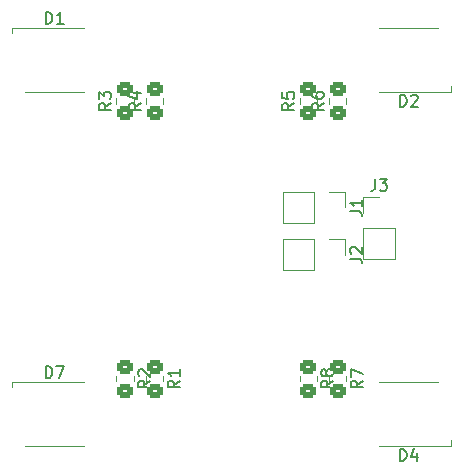
<source format=gbr>
%TF.GenerationSoftware,KiCad,Pcbnew,8.0.1*%
%TF.CreationDate,2024-07-06T10:32:20+03:00*%
%TF.ProjectId,led_tester,6c65645f-7465-4737-9465-722e6b696361,rev?*%
%TF.SameCoordinates,Original*%
%TF.FileFunction,Legend,Top*%
%TF.FilePolarity,Positive*%
%FSLAX46Y46*%
G04 Gerber Fmt 4.6, Leading zero omitted, Abs format (unit mm)*
G04 Created by KiCad (PCBNEW 8.0.1) date 2024-07-06 10:32:20*
%MOMM*%
%LPD*%
G01*
G04 APERTURE LIST*
G04 Aperture macros list*
%AMRoundRect*
0 Rectangle with rounded corners*
0 $1 Rounding radius*
0 $2 $3 $4 $5 $6 $7 $8 $9 X,Y pos of 4 corners*
0 Add a 4 corners polygon primitive as box body*
4,1,4,$2,$3,$4,$5,$6,$7,$8,$9,$2,$3,0*
0 Add four circle primitives for the rounded corners*
1,1,$1+$1,$2,$3*
1,1,$1+$1,$4,$5*
1,1,$1+$1,$6,$7*
1,1,$1+$1,$8,$9*
0 Add four rect primitives between the rounded corners*
20,1,$1+$1,$2,$3,$4,$5,0*
20,1,$1+$1,$4,$5,$6,$7,0*
20,1,$1+$1,$6,$7,$8,$9,0*
20,1,$1+$1,$8,$9,$2,$3,0*%
G04 Aperture macros list end*
%ADD10C,0.150000*%
%ADD11C,0.120000*%
%ADD12R,2.500000X1.100000*%
%ADD13RoundRect,0.250000X0.450000X-0.350000X0.450000X0.350000X-0.450000X0.350000X-0.450000X-0.350000X0*%
%ADD14RoundRect,0.250000X-0.450000X0.350000X-0.450000X-0.350000X0.450000X-0.350000X0.450000X0.350000X0*%
%ADD15R,1.700000X1.700000*%
%ADD16O,1.700000X1.700000*%
G04 APERTURE END LIST*
D10*
X89261905Y-56954819D02*
X89261905Y-55954819D01*
X89261905Y-55954819D02*
X89500000Y-55954819D01*
X89500000Y-55954819D02*
X89642857Y-56002438D01*
X89642857Y-56002438D02*
X89738095Y-56097676D01*
X89738095Y-56097676D02*
X89785714Y-56192914D01*
X89785714Y-56192914D02*
X89833333Y-56383390D01*
X89833333Y-56383390D02*
X89833333Y-56526247D01*
X89833333Y-56526247D02*
X89785714Y-56716723D01*
X89785714Y-56716723D02*
X89738095Y-56811961D01*
X89738095Y-56811961D02*
X89642857Y-56907200D01*
X89642857Y-56907200D02*
X89500000Y-56954819D01*
X89500000Y-56954819D02*
X89261905Y-56954819D01*
X90166667Y-55954819D02*
X90833333Y-55954819D01*
X90833333Y-55954819D02*
X90404762Y-56954819D01*
X119261905Y-63954819D02*
X119261905Y-62954819D01*
X119261905Y-62954819D02*
X119500000Y-62954819D01*
X119500000Y-62954819D02*
X119642857Y-63002438D01*
X119642857Y-63002438D02*
X119738095Y-63097676D01*
X119738095Y-63097676D02*
X119785714Y-63192914D01*
X119785714Y-63192914D02*
X119833333Y-63383390D01*
X119833333Y-63383390D02*
X119833333Y-63526247D01*
X119833333Y-63526247D02*
X119785714Y-63716723D01*
X119785714Y-63716723D02*
X119738095Y-63811961D01*
X119738095Y-63811961D02*
X119642857Y-63907200D01*
X119642857Y-63907200D02*
X119500000Y-63954819D01*
X119500000Y-63954819D02*
X119261905Y-63954819D01*
X120690476Y-63288152D02*
X120690476Y-63954819D01*
X120452381Y-62907200D02*
X120214286Y-63621485D01*
X120214286Y-63621485D02*
X120833333Y-63621485D01*
X119261905Y-33954819D02*
X119261905Y-32954819D01*
X119261905Y-32954819D02*
X119500000Y-32954819D01*
X119500000Y-32954819D02*
X119642857Y-33002438D01*
X119642857Y-33002438D02*
X119738095Y-33097676D01*
X119738095Y-33097676D02*
X119785714Y-33192914D01*
X119785714Y-33192914D02*
X119833333Y-33383390D01*
X119833333Y-33383390D02*
X119833333Y-33526247D01*
X119833333Y-33526247D02*
X119785714Y-33716723D01*
X119785714Y-33716723D02*
X119738095Y-33811961D01*
X119738095Y-33811961D02*
X119642857Y-33907200D01*
X119642857Y-33907200D02*
X119500000Y-33954819D01*
X119500000Y-33954819D02*
X119261905Y-33954819D01*
X120214286Y-33050057D02*
X120261905Y-33002438D01*
X120261905Y-33002438D02*
X120357143Y-32954819D01*
X120357143Y-32954819D02*
X120595238Y-32954819D01*
X120595238Y-32954819D02*
X120690476Y-33002438D01*
X120690476Y-33002438D02*
X120738095Y-33050057D01*
X120738095Y-33050057D02*
X120785714Y-33145295D01*
X120785714Y-33145295D02*
X120785714Y-33240533D01*
X120785714Y-33240533D02*
X120738095Y-33383390D01*
X120738095Y-33383390D02*
X120166667Y-33954819D01*
X120166667Y-33954819D02*
X120785714Y-33954819D01*
X89261905Y-26954819D02*
X89261905Y-25954819D01*
X89261905Y-25954819D02*
X89500000Y-25954819D01*
X89500000Y-25954819D02*
X89642857Y-26002438D01*
X89642857Y-26002438D02*
X89738095Y-26097676D01*
X89738095Y-26097676D02*
X89785714Y-26192914D01*
X89785714Y-26192914D02*
X89833333Y-26383390D01*
X89833333Y-26383390D02*
X89833333Y-26526247D01*
X89833333Y-26526247D02*
X89785714Y-26716723D01*
X89785714Y-26716723D02*
X89738095Y-26811961D01*
X89738095Y-26811961D02*
X89642857Y-26907200D01*
X89642857Y-26907200D02*
X89500000Y-26954819D01*
X89500000Y-26954819D02*
X89261905Y-26954819D01*
X90785714Y-26954819D02*
X90214286Y-26954819D01*
X90500000Y-26954819D02*
X90500000Y-25954819D01*
X90500000Y-25954819D02*
X90404762Y-26097676D01*
X90404762Y-26097676D02*
X90309524Y-26192914D01*
X90309524Y-26192914D02*
X90214286Y-26240533D01*
X110304819Y-33666666D02*
X109828628Y-33999999D01*
X110304819Y-34238094D02*
X109304819Y-34238094D01*
X109304819Y-34238094D02*
X109304819Y-33857142D01*
X109304819Y-33857142D02*
X109352438Y-33761904D01*
X109352438Y-33761904D02*
X109400057Y-33714285D01*
X109400057Y-33714285D02*
X109495295Y-33666666D01*
X109495295Y-33666666D02*
X109638152Y-33666666D01*
X109638152Y-33666666D02*
X109733390Y-33714285D01*
X109733390Y-33714285D02*
X109781009Y-33761904D01*
X109781009Y-33761904D02*
X109828628Y-33857142D01*
X109828628Y-33857142D02*
X109828628Y-34238094D01*
X109304819Y-32761904D02*
X109304819Y-33238094D01*
X109304819Y-33238094D02*
X109781009Y-33285713D01*
X109781009Y-33285713D02*
X109733390Y-33238094D01*
X109733390Y-33238094D02*
X109685771Y-33142856D01*
X109685771Y-33142856D02*
X109685771Y-32904761D01*
X109685771Y-32904761D02*
X109733390Y-32809523D01*
X109733390Y-32809523D02*
X109781009Y-32761904D01*
X109781009Y-32761904D02*
X109876247Y-32714285D01*
X109876247Y-32714285D02*
X110114342Y-32714285D01*
X110114342Y-32714285D02*
X110209580Y-32761904D01*
X110209580Y-32761904D02*
X110257200Y-32809523D01*
X110257200Y-32809523D02*
X110304819Y-32904761D01*
X110304819Y-32904761D02*
X110304819Y-33142856D01*
X110304819Y-33142856D02*
X110257200Y-33238094D01*
X110257200Y-33238094D02*
X110209580Y-33285713D01*
X113604819Y-57166666D02*
X113128628Y-57499999D01*
X113604819Y-57738094D02*
X112604819Y-57738094D01*
X112604819Y-57738094D02*
X112604819Y-57357142D01*
X112604819Y-57357142D02*
X112652438Y-57261904D01*
X112652438Y-57261904D02*
X112700057Y-57214285D01*
X112700057Y-57214285D02*
X112795295Y-57166666D01*
X112795295Y-57166666D02*
X112938152Y-57166666D01*
X112938152Y-57166666D02*
X113033390Y-57214285D01*
X113033390Y-57214285D02*
X113081009Y-57261904D01*
X113081009Y-57261904D02*
X113128628Y-57357142D01*
X113128628Y-57357142D02*
X113128628Y-57738094D01*
X113033390Y-56595237D02*
X112985771Y-56690475D01*
X112985771Y-56690475D02*
X112938152Y-56738094D01*
X112938152Y-56738094D02*
X112842914Y-56785713D01*
X112842914Y-56785713D02*
X112795295Y-56785713D01*
X112795295Y-56785713D02*
X112700057Y-56738094D01*
X112700057Y-56738094D02*
X112652438Y-56690475D01*
X112652438Y-56690475D02*
X112604819Y-56595237D01*
X112604819Y-56595237D02*
X112604819Y-56404761D01*
X112604819Y-56404761D02*
X112652438Y-56309523D01*
X112652438Y-56309523D02*
X112700057Y-56261904D01*
X112700057Y-56261904D02*
X112795295Y-56214285D01*
X112795295Y-56214285D02*
X112842914Y-56214285D01*
X112842914Y-56214285D02*
X112938152Y-56261904D01*
X112938152Y-56261904D02*
X112985771Y-56309523D01*
X112985771Y-56309523D02*
X113033390Y-56404761D01*
X113033390Y-56404761D02*
X113033390Y-56595237D01*
X113033390Y-56595237D02*
X113081009Y-56690475D01*
X113081009Y-56690475D02*
X113128628Y-56738094D01*
X113128628Y-56738094D02*
X113223866Y-56785713D01*
X113223866Y-56785713D02*
X113414342Y-56785713D01*
X113414342Y-56785713D02*
X113509580Y-56738094D01*
X113509580Y-56738094D02*
X113557200Y-56690475D01*
X113557200Y-56690475D02*
X113604819Y-56595237D01*
X113604819Y-56595237D02*
X113604819Y-56404761D01*
X113604819Y-56404761D02*
X113557200Y-56309523D01*
X113557200Y-56309523D02*
X113509580Y-56261904D01*
X113509580Y-56261904D02*
X113414342Y-56214285D01*
X113414342Y-56214285D02*
X113223866Y-56214285D01*
X113223866Y-56214285D02*
X113128628Y-56261904D01*
X113128628Y-56261904D02*
X113081009Y-56309523D01*
X113081009Y-56309523D02*
X113033390Y-56404761D01*
X97304819Y-33666666D02*
X96828628Y-33999999D01*
X97304819Y-34238094D02*
X96304819Y-34238094D01*
X96304819Y-34238094D02*
X96304819Y-33857142D01*
X96304819Y-33857142D02*
X96352438Y-33761904D01*
X96352438Y-33761904D02*
X96400057Y-33714285D01*
X96400057Y-33714285D02*
X96495295Y-33666666D01*
X96495295Y-33666666D02*
X96638152Y-33666666D01*
X96638152Y-33666666D02*
X96733390Y-33714285D01*
X96733390Y-33714285D02*
X96781009Y-33761904D01*
X96781009Y-33761904D02*
X96828628Y-33857142D01*
X96828628Y-33857142D02*
X96828628Y-34238094D01*
X96638152Y-32809523D02*
X97304819Y-32809523D01*
X96257200Y-33047618D02*
X96971485Y-33285713D01*
X96971485Y-33285713D02*
X96971485Y-32666666D01*
X100604819Y-57166666D02*
X100128628Y-57499999D01*
X100604819Y-57738094D02*
X99604819Y-57738094D01*
X99604819Y-57738094D02*
X99604819Y-57357142D01*
X99604819Y-57357142D02*
X99652438Y-57261904D01*
X99652438Y-57261904D02*
X99700057Y-57214285D01*
X99700057Y-57214285D02*
X99795295Y-57166666D01*
X99795295Y-57166666D02*
X99938152Y-57166666D01*
X99938152Y-57166666D02*
X100033390Y-57214285D01*
X100033390Y-57214285D02*
X100081009Y-57261904D01*
X100081009Y-57261904D02*
X100128628Y-57357142D01*
X100128628Y-57357142D02*
X100128628Y-57738094D01*
X100604819Y-56214285D02*
X100604819Y-56785713D01*
X100604819Y-56499999D02*
X99604819Y-56499999D01*
X99604819Y-56499999D02*
X99747676Y-56595237D01*
X99747676Y-56595237D02*
X99842914Y-56690475D01*
X99842914Y-56690475D02*
X99890533Y-56785713D01*
X112804819Y-33666666D02*
X112328628Y-33999999D01*
X112804819Y-34238094D02*
X111804819Y-34238094D01*
X111804819Y-34238094D02*
X111804819Y-33857142D01*
X111804819Y-33857142D02*
X111852438Y-33761904D01*
X111852438Y-33761904D02*
X111900057Y-33714285D01*
X111900057Y-33714285D02*
X111995295Y-33666666D01*
X111995295Y-33666666D02*
X112138152Y-33666666D01*
X112138152Y-33666666D02*
X112233390Y-33714285D01*
X112233390Y-33714285D02*
X112281009Y-33761904D01*
X112281009Y-33761904D02*
X112328628Y-33857142D01*
X112328628Y-33857142D02*
X112328628Y-34238094D01*
X111804819Y-32809523D02*
X111804819Y-32999999D01*
X111804819Y-32999999D02*
X111852438Y-33095237D01*
X111852438Y-33095237D02*
X111900057Y-33142856D01*
X111900057Y-33142856D02*
X112042914Y-33238094D01*
X112042914Y-33238094D02*
X112233390Y-33285713D01*
X112233390Y-33285713D02*
X112614342Y-33285713D01*
X112614342Y-33285713D02*
X112709580Y-33238094D01*
X112709580Y-33238094D02*
X112757200Y-33190475D01*
X112757200Y-33190475D02*
X112804819Y-33095237D01*
X112804819Y-33095237D02*
X112804819Y-32904761D01*
X112804819Y-32904761D02*
X112757200Y-32809523D01*
X112757200Y-32809523D02*
X112709580Y-32761904D01*
X112709580Y-32761904D02*
X112614342Y-32714285D01*
X112614342Y-32714285D02*
X112376247Y-32714285D01*
X112376247Y-32714285D02*
X112281009Y-32761904D01*
X112281009Y-32761904D02*
X112233390Y-32809523D01*
X112233390Y-32809523D02*
X112185771Y-32904761D01*
X112185771Y-32904761D02*
X112185771Y-33095237D01*
X112185771Y-33095237D02*
X112233390Y-33190475D01*
X112233390Y-33190475D02*
X112281009Y-33238094D01*
X112281009Y-33238094D02*
X112376247Y-33285713D01*
X115059819Y-46833333D02*
X115774104Y-46833333D01*
X115774104Y-46833333D02*
X115916961Y-46880952D01*
X115916961Y-46880952D02*
X116012200Y-46976190D01*
X116012200Y-46976190D02*
X116059819Y-47119047D01*
X116059819Y-47119047D02*
X116059819Y-47214285D01*
X115155057Y-46404761D02*
X115107438Y-46357142D01*
X115107438Y-46357142D02*
X115059819Y-46261904D01*
X115059819Y-46261904D02*
X115059819Y-46023809D01*
X115059819Y-46023809D02*
X115107438Y-45928571D01*
X115107438Y-45928571D02*
X115155057Y-45880952D01*
X115155057Y-45880952D02*
X115250295Y-45833333D01*
X115250295Y-45833333D02*
X115345533Y-45833333D01*
X115345533Y-45833333D02*
X115488390Y-45880952D01*
X115488390Y-45880952D02*
X116059819Y-46452380D01*
X116059819Y-46452380D02*
X116059819Y-45833333D01*
X94804819Y-33666666D02*
X94328628Y-33999999D01*
X94804819Y-34238094D02*
X93804819Y-34238094D01*
X93804819Y-34238094D02*
X93804819Y-33857142D01*
X93804819Y-33857142D02*
X93852438Y-33761904D01*
X93852438Y-33761904D02*
X93900057Y-33714285D01*
X93900057Y-33714285D02*
X93995295Y-33666666D01*
X93995295Y-33666666D02*
X94138152Y-33666666D01*
X94138152Y-33666666D02*
X94233390Y-33714285D01*
X94233390Y-33714285D02*
X94281009Y-33761904D01*
X94281009Y-33761904D02*
X94328628Y-33857142D01*
X94328628Y-33857142D02*
X94328628Y-34238094D01*
X93804819Y-33333332D02*
X93804819Y-32714285D01*
X93804819Y-32714285D02*
X94185771Y-33047618D01*
X94185771Y-33047618D02*
X94185771Y-32904761D01*
X94185771Y-32904761D02*
X94233390Y-32809523D01*
X94233390Y-32809523D02*
X94281009Y-32761904D01*
X94281009Y-32761904D02*
X94376247Y-32714285D01*
X94376247Y-32714285D02*
X94614342Y-32714285D01*
X94614342Y-32714285D02*
X94709580Y-32761904D01*
X94709580Y-32761904D02*
X94757200Y-32809523D01*
X94757200Y-32809523D02*
X94804819Y-32904761D01*
X94804819Y-32904761D02*
X94804819Y-33190475D01*
X94804819Y-33190475D02*
X94757200Y-33285713D01*
X94757200Y-33285713D02*
X94709580Y-33333332D01*
X115059819Y-42833333D02*
X115774104Y-42833333D01*
X115774104Y-42833333D02*
X115916961Y-42880952D01*
X115916961Y-42880952D02*
X116012200Y-42976190D01*
X116012200Y-42976190D02*
X116059819Y-43119047D01*
X116059819Y-43119047D02*
X116059819Y-43214285D01*
X116059819Y-41833333D02*
X116059819Y-42404761D01*
X116059819Y-42119047D02*
X115059819Y-42119047D01*
X115059819Y-42119047D02*
X115202676Y-42214285D01*
X115202676Y-42214285D02*
X115297914Y-42309523D01*
X115297914Y-42309523D02*
X115345533Y-42404761D01*
X98104819Y-57166666D02*
X97628628Y-57499999D01*
X98104819Y-57738094D02*
X97104819Y-57738094D01*
X97104819Y-57738094D02*
X97104819Y-57357142D01*
X97104819Y-57357142D02*
X97152438Y-57261904D01*
X97152438Y-57261904D02*
X97200057Y-57214285D01*
X97200057Y-57214285D02*
X97295295Y-57166666D01*
X97295295Y-57166666D02*
X97438152Y-57166666D01*
X97438152Y-57166666D02*
X97533390Y-57214285D01*
X97533390Y-57214285D02*
X97581009Y-57261904D01*
X97581009Y-57261904D02*
X97628628Y-57357142D01*
X97628628Y-57357142D02*
X97628628Y-57738094D01*
X97200057Y-56785713D02*
X97152438Y-56738094D01*
X97152438Y-56738094D02*
X97104819Y-56642856D01*
X97104819Y-56642856D02*
X97104819Y-56404761D01*
X97104819Y-56404761D02*
X97152438Y-56309523D01*
X97152438Y-56309523D02*
X97200057Y-56261904D01*
X97200057Y-56261904D02*
X97295295Y-56214285D01*
X97295295Y-56214285D02*
X97390533Y-56214285D01*
X97390533Y-56214285D02*
X97533390Y-56261904D01*
X97533390Y-56261904D02*
X98104819Y-56833332D01*
X98104819Y-56833332D02*
X98104819Y-56214285D01*
X117166666Y-40084819D02*
X117166666Y-40799104D01*
X117166666Y-40799104D02*
X117119047Y-40941961D01*
X117119047Y-40941961D02*
X117023809Y-41037200D01*
X117023809Y-41037200D02*
X116880952Y-41084819D01*
X116880952Y-41084819D02*
X116785714Y-41084819D01*
X117547619Y-40084819D02*
X118166666Y-40084819D01*
X118166666Y-40084819D02*
X117833333Y-40465771D01*
X117833333Y-40465771D02*
X117976190Y-40465771D01*
X117976190Y-40465771D02*
X118071428Y-40513390D01*
X118071428Y-40513390D02*
X118119047Y-40561009D01*
X118119047Y-40561009D02*
X118166666Y-40656247D01*
X118166666Y-40656247D02*
X118166666Y-40894342D01*
X118166666Y-40894342D02*
X118119047Y-40989580D01*
X118119047Y-40989580D02*
X118071428Y-41037200D01*
X118071428Y-41037200D02*
X117976190Y-41084819D01*
X117976190Y-41084819D02*
X117690476Y-41084819D01*
X117690476Y-41084819D02*
X117595238Y-41037200D01*
X117595238Y-41037200D02*
X117547619Y-40989580D01*
X116104819Y-57166666D02*
X115628628Y-57499999D01*
X116104819Y-57738094D02*
X115104819Y-57738094D01*
X115104819Y-57738094D02*
X115104819Y-57357142D01*
X115104819Y-57357142D02*
X115152438Y-57261904D01*
X115152438Y-57261904D02*
X115200057Y-57214285D01*
X115200057Y-57214285D02*
X115295295Y-57166666D01*
X115295295Y-57166666D02*
X115438152Y-57166666D01*
X115438152Y-57166666D02*
X115533390Y-57214285D01*
X115533390Y-57214285D02*
X115581009Y-57261904D01*
X115581009Y-57261904D02*
X115628628Y-57357142D01*
X115628628Y-57357142D02*
X115628628Y-57738094D01*
X115104819Y-56833332D02*
X115104819Y-56166666D01*
X115104819Y-56166666D02*
X116104819Y-56595237D01*
D11*
%TO.C,D7*%
X86400000Y-57300000D02*
X92500000Y-57300000D01*
X86400000Y-58400000D02*
X86400000Y-57300000D01*
X92500000Y-62700000D02*
X87500000Y-62700000D01*
%TO.C,D4*%
X123600000Y-62700000D02*
X117500000Y-62700000D01*
X123600000Y-61600000D02*
X123600000Y-62700000D01*
X117500000Y-57300000D02*
X122500000Y-57300000D01*
%TO.C,D2*%
X123600000Y-32700000D02*
X117500000Y-32700000D01*
X123600000Y-31600000D02*
X123600000Y-32700000D01*
X117500000Y-27300000D02*
X122500000Y-27300000D01*
%TO.C,D1*%
X86400000Y-27300000D02*
X92500000Y-27300000D01*
X86400000Y-28400000D02*
X86400000Y-27300000D01*
X92500000Y-32700000D02*
X87500000Y-32700000D01*
%TO.C,R5*%
X110765000Y-33727064D02*
X110765000Y-33272936D01*
X112235000Y-33727064D02*
X112235000Y-33272936D01*
%TO.C,R8*%
X110765000Y-56772936D02*
X110765000Y-57227064D01*
X112235000Y-56772936D02*
X112235000Y-57227064D01*
%TO.C,R4*%
X97765000Y-33727064D02*
X97765000Y-33272936D01*
X99235000Y-33727064D02*
X99235000Y-33272936D01*
%TO.C,R1*%
X97765000Y-56772936D02*
X97765000Y-57227064D01*
X99235000Y-56772936D02*
X99235000Y-57227064D01*
%TO.C,R6*%
X113265000Y-33727064D02*
X113265000Y-33272936D01*
X114735000Y-33727064D02*
X114735000Y-33272936D01*
%TO.C,J2*%
X109405000Y-45170000D02*
X109405000Y-47830000D01*
X112005000Y-45170000D02*
X109405000Y-45170000D01*
X112005000Y-45170000D02*
X112005000Y-47830000D01*
X112005000Y-47830000D02*
X109405000Y-47830000D01*
X113275000Y-45170000D02*
X114605000Y-45170000D01*
X114605000Y-45170000D02*
X114605000Y-46500000D01*
%TO.C,R3*%
X95265000Y-33727064D02*
X95265000Y-33272936D01*
X96735000Y-33727064D02*
X96735000Y-33272936D01*
%TO.C,J1*%
X109405000Y-41170000D02*
X109405000Y-43830000D01*
X112005000Y-41170000D02*
X109405000Y-41170000D01*
X112005000Y-41170000D02*
X112005000Y-43830000D01*
X112005000Y-43830000D02*
X109405000Y-43830000D01*
X113275000Y-41170000D02*
X114605000Y-41170000D01*
X114605000Y-41170000D02*
X114605000Y-42500000D01*
%TO.C,R2*%
X95265000Y-56772936D02*
X95265000Y-57227064D01*
X96735000Y-56772936D02*
X96735000Y-57227064D01*
%TO.C,J3*%
X116170000Y-41630000D02*
X117500000Y-41630000D01*
X116170000Y-42960000D02*
X116170000Y-41630000D01*
X116170000Y-44230000D02*
X116170000Y-46830000D01*
X116170000Y-44230000D02*
X118830000Y-44230000D01*
X116170000Y-46830000D02*
X118830000Y-46830000D01*
X118830000Y-44230000D02*
X118830000Y-46830000D01*
%TO.C,R7*%
X113265000Y-56772936D02*
X113265000Y-57227064D01*
X114735000Y-56772936D02*
X114735000Y-57227064D01*
%TD*%
%LPC*%
D12*
%TO.C,D7*%
X87400000Y-58300000D03*
X87400000Y-60000000D03*
X87400000Y-61700000D03*
X92600000Y-61700000D03*
X92600000Y-60000000D03*
X92600000Y-58300000D03*
%TD*%
%TO.C,D4*%
X122600000Y-61700000D03*
X122600000Y-60000000D03*
X122600000Y-58300000D03*
X117400000Y-58300000D03*
X117400000Y-60000000D03*
X117400000Y-61700000D03*
%TD*%
%TO.C,D2*%
X122600000Y-31700000D03*
X122600000Y-30000000D03*
X122600000Y-28300000D03*
X117400000Y-28300000D03*
X117400000Y-30000000D03*
X117400000Y-31700000D03*
%TD*%
%TO.C,D1*%
X87400000Y-28300000D03*
X87400000Y-30000000D03*
X87400000Y-31700000D03*
X92600000Y-31700000D03*
X92600000Y-30000000D03*
X92600000Y-28300000D03*
%TD*%
D13*
%TO.C,R5*%
X111500000Y-34500000D03*
X111500000Y-32500000D03*
%TD*%
D14*
%TO.C,R8*%
X111500000Y-56000000D03*
X111500000Y-58000000D03*
%TD*%
D13*
%TO.C,R4*%
X98500000Y-34500000D03*
X98500000Y-32500000D03*
%TD*%
D14*
%TO.C,R1*%
X98500000Y-56000000D03*
X98500000Y-58000000D03*
%TD*%
D13*
%TO.C,R6*%
X114000000Y-34500000D03*
X114000000Y-32500000D03*
%TD*%
D15*
%TO.C,J2*%
X113275000Y-46500000D03*
D16*
X110735000Y-46500000D03*
%TD*%
D13*
%TO.C,R3*%
X96000000Y-34500000D03*
X96000000Y-32500000D03*
%TD*%
D15*
%TO.C,J1*%
X113275000Y-42500000D03*
D16*
X110735000Y-42500000D03*
%TD*%
D14*
%TO.C,R2*%
X96000000Y-56000000D03*
X96000000Y-58000000D03*
%TD*%
D15*
%TO.C,J3*%
X117500000Y-42960000D03*
D16*
X117500000Y-45500000D03*
%TD*%
D14*
%TO.C,R7*%
X114000000Y-56000000D03*
X114000000Y-58000000D03*
%TD*%
%LPD*%
M02*

</source>
